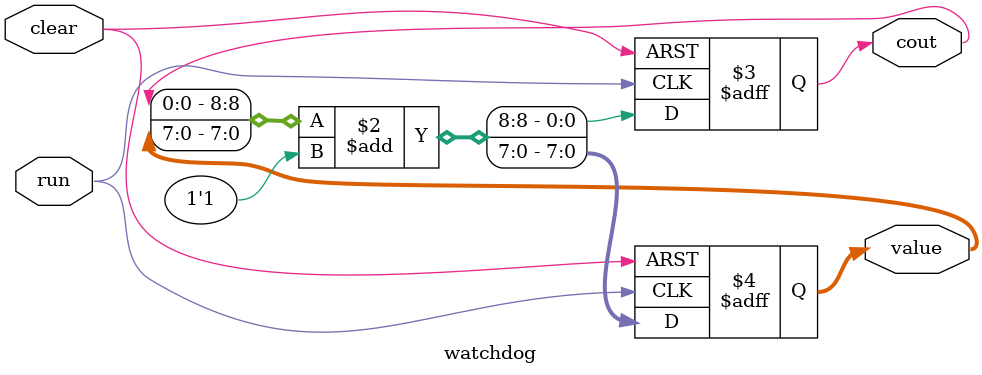
<source format=v>
module watchdog
#(	parameter W=8)
 (	input clear,
 	input run,		//trigger to lepsza nazwa
 	output reg cout,	//carry out jak bedzie overflow
 	output reg [W-1:0] value );

	always @(posedge run or posedge clear) begin
		if (clear) begin
			cout <= 1'b0;
			value <= 0;
		end else begin
		{cout,value} <= {cout,value} + 1'b1;
		end
	end

endmodule
//counter has garbage values on start, it should be explicitly cleared before first use

</source>
